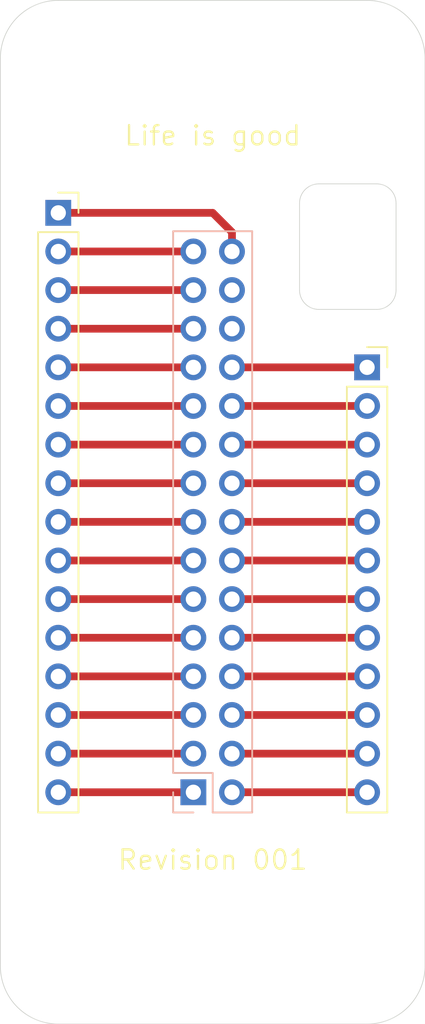
<source format=kicad_pcb>
(kicad_pcb (version 20171130) (host pcbnew "(5.1.9-0-10_14)")

  (general
    (thickness 1.6)
    (drawings 18)
    (tracks 30)
    (zones 0)
    (modules 9)
    (nets 31)
  )

  (page A4)
  (layers
    (0 F.Cu signal)
    (31 B.Cu signal)
    (32 B.Adhes user)
    (33 F.Adhes user)
    (34 B.Paste user)
    (35 F.Paste user)
    (36 B.SilkS user)
    (37 F.SilkS user)
    (38 B.Mask user)
    (39 F.Mask user)
    (40 Dwgs.User user)
    (41 Cmts.User user)
    (42 Eco1.User user)
    (43 Eco2.User user)
    (44 Edge.Cuts user)
    (45 Margin user)
    (46 B.CrtYd user)
    (47 F.CrtYd user)
    (48 B.Fab user)
    (49 F.Fab user)
  )

  (setup
    (last_trace_width 0.25)
    (user_trace_width 0.508)
    (trace_clearance 0.2)
    (zone_clearance 0.508)
    (zone_45_only no)
    (trace_min 0.2)
    (via_size 0.8)
    (via_drill 0.4)
    (via_min_size 0.4)
    (via_min_drill 0.3)
    (uvia_size 0.3)
    (uvia_drill 0.1)
    (uvias_allowed no)
    (uvia_min_size 0.2)
    (uvia_min_drill 0.1)
    (edge_width 0.05)
    (segment_width 0.2)
    (pcb_text_width 0.3)
    (pcb_text_size 1.5 1.5)
    (mod_edge_width 0.12)
    (mod_text_size 1 1)
    (mod_text_width 0.15)
    (pad_size 0.85 0.85)
    (pad_drill 0.5)
    (pad_to_mask_clearance 0)
    (aux_axis_origin 0 0)
    (grid_origin 156.21 94.22)
    (visible_elements FFFFFF7F)
    (pcbplotparams
      (layerselection 0x010f0_ffffffff)
      (usegerberextensions false)
      (usegerberattributes true)
      (usegerberadvancedattributes true)
      (creategerberjobfile true)
      (excludeedgelayer true)
      (linewidth 0.100000)
      (plotframeref false)
      (viasonmask false)
      (mode 1)
      (useauxorigin false)
      (hpglpennumber 1)
      (hpglpenspeed 20)
      (hpglpendiameter 15.000000)
      (psnegative false)
      (psa4output false)
      (plotreference true)
      (plotvalue false)
      (plotinvisibletext false)
      (padsonsilk true)
      (subtractmaskfromsilk false)
      (outputformat 1)
      (mirror false)
      (drillshape 0)
      (scaleselection 1)
      (outputdirectory "plot/"))
  )

  (net 0 "")
  (net 1 "Net-(J1-Pad1)")
  (net 2 "Net-(J1-Pad2)")
  (net 3 "Net-(J1-Pad3)")
  (net 4 "Net-(J1-Pad4)")
  (net 5 "Net-(J1-Pad5)")
  (net 6 "Net-(J1-Pad6)")
  (net 7 "Net-(J1-Pad7)")
  (net 8 "Net-(J1-Pad8)")
  (net 9 "Net-(J1-Pad9)")
  (net 10 "Net-(J1-Pad10)")
  (net 11 "Net-(J1-Pad11)")
  (net 12 "Net-(J1-Pad12)")
  (net 13 "Net-(J1-Pad13)")
  (net 14 "Net-(J1-Pad14)")
  (net 15 "Net-(J1-Pad15)")
  (net 16 "Net-(J1-Pad16)")
  (net 17 "Net-(J2-Pad2)")
  (net 18 "Net-(J2-Pad4)")
  (net 19 "Net-(J2-Pad6)")
  (net 20 "Net-(J2-Pad8)")
  (net 21 "Net-(J2-Pad10)")
  (net 22 "Net-(J2-Pad11)")
  (net 23 "Net-(J2-Pad12)")
  (net 24 "Net-(J2-Pad5)")
  (net 25 "Net-(J2-Pad7)")
  (net 26 "Net-(J2-Pad9)")
  (net 27 "Net-(J2-Pad3)")
  (net 28 "Net-(J2-Pad1)")
  (net 29 "Net-(J3-Pad28)")
  (net 30 "Net-(J3-Pad26)")

  (net_class Default "This is the default net class."
    (clearance 0.2)
    (trace_width 0.25)
    (via_dia 0.8)
    (via_drill 0.4)
    (uvia_dia 0.3)
    (uvia_drill 0.1)
    (add_net "Net-(J1-Pad1)")
    (add_net "Net-(J1-Pad10)")
    (add_net "Net-(J1-Pad11)")
    (add_net "Net-(J1-Pad12)")
    (add_net "Net-(J1-Pad13)")
    (add_net "Net-(J1-Pad14)")
    (add_net "Net-(J1-Pad15)")
    (add_net "Net-(J1-Pad16)")
    (add_net "Net-(J1-Pad2)")
    (add_net "Net-(J1-Pad3)")
    (add_net "Net-(J1-Pad4)")
    (add_net "Net-(J1-Pad5)")
    (add_net "Net-(J1-Pad6)")
    (add_net "Net-(J1-Pad7)")
    (add_net "Net-(J1-Pad8)")
    (add_net "Net-(J1-Pad9)")
    (add_net "Net-(J2-Pad1)")
    (add_net "Net-(J2-Pad10)")
    (add_net "Net-(J2-Pad11)")
    (add_net "Net-(J2-Pad12)")
    (add_net "Net-(J2-Pad2)")
    (add_net "Net-(J2-Pad3)")
    (add_net "Net-(J2-Pad4)")
    (add_net "Net-(J2-Pad5)")
    (add_net "Net-(J2-Pad6)")
    (add_net "Net-(J2-Pad7)")
    (add_net "Net-(J2-Pad8)")
    (add_net "Net-(J2-Pad9)")
    (add_net "Net-(J3-Pad26)")
    (add_net "Net-(J3-Pad28)")
  )

  (module MountingHole:MountingHole_3.2mm_M3 (layer F.Cu) (tedit 56D1B4CB) (tstamp 604267E6)
    (at 170.18 157.72)
    (descr "Mounting Hole 3.2mm, no annular, M3")
    (tags "mounting hole 3.2mm no annular m3")
    (path /60455D48)
    (attr virtual)
    (fp_text reference H6 (at 0 4.445) (layer F.Fab) hide
      (effects (font (size 1 1) (thickness 0.15)))
    )
    (fp_text value MountingHole (at 0 4.2) (layer F.Fab) hide
      (effects (font (size 1 1) (thickness 0.15)))
    )
    (fp_circle (center 0 0) (end 3.2 0) (layer Cmts.User) (width 0.15))
    (fp_circle (center 0 0) (end 3.45 0) (layer F.CrtYd) (width 0.05))
    (fp_text user %R (at 0.3 0) (layer F.Fab)
      (effects (font (size 1 1) (thickness 0.15)))
    )
    (pad 1 np_thru_hole circle (at 0 0) (size 3.2 3.2) (drill 3.2) (layers *.Cu *.Mask))
  )

  (module MountingHole:MountingHole_3.2mm_M3 (layer F.Cu) (tedit 56D1B4CB) (tstamp 6042675D)
    (at 170.18 98.03)
    (descr "Mounting Hole 3.2mm, no annular, M3")
    (tags "mounting hole 3.2mm no annular m3")
    (path /604556DD)
    (attr virtual)
    (fp_text reference H5 (at 0 -4.2) (layer F.SilkS) hide
      (effects (font (size 1 1) (thickness 0.15)))
    )
    (fp_text value MountingHole (at 0 4.2) (layer F.Fab) hide
      (effects (font (size 1 1) (thickness 0.15)))
    )
    (fp_circle (center 0 0) (end 3.2 0) (layer Cmts.User) (width 0.15))
    (fp_circle (center 0 0) (end 3.45 0) (layer F.CrtYd) (width 0.05))
    (fp_text user %R (at 0.3 0) (layer F.Fab)
      (effects (font (size 1 1) (thickness 0.15)))
    )
    (pad 1 np_thru_hole circle (at 0 0) (size 3.2 3.2) (drill 3.2) (layers *.Cu *.Mask))
  )

  (module MountingHole:MountingHole_3.2mm_M3 (layer F.Cu) (tedit 56D1B4CB) (tstamp 6041685A)
    (at 180.34 157.72)
    (descr "Mounting Hole 3.2mm, no annular, M3")
    (tags "mounting hole 3.2mm no annular m3")
    (path /6041967F)
    (attr virtual)
    (fp_text reference H4 (at 0 4.445) (layer F.Fab) hide
      (effects (font (size 1 1) (thickness 0.15)))
    )
    (fp_text value MountingHole (at 0 4.2) (layer F.Fab) hide
      (effects (font (size 1 1) (thickness 0.15)))
    )
    (fp_circle (center 0 0) (end 3.2 0) (layer Cmts.User) (width 0.15))
    (fp_circle (center 0 0) (end 3.45 0) (layer F.CrtYd) (width 0.05))
    (fp_text user %R (at 0.3 0) (layer F.Fab)
      (effects (font (size 1 1) (thickness 0.15)))
    )
    (pad 1 np_thru_hole circle (at 0 0) (size 3.2 3.2) (drill 3.2) (layers *.Cu *.Mask))
  )

  (module MountingHole:MountingHole_3.2mm_M3 (layer F.Cu) (tedit 56D1B4CB) (tstamp 60416852)
    (at 180.34 98.03)
    (descr "Mounting Hole 3.2mm, no annular, M3")
    (tags "mounting hole 3.2mm no annular m3")
    (path /60418EF5)
    (attr virtual)
    (fp_text reference H3 (at 0 -4.2) (layer F.SilkS) hide
      (effects (font (size 1 1) (thickness 0.15)))
    )
    (fp_text value MountingHole (at 0 4.2) (layer F.Fab) hide
      (effects (font (size 1 1) (thickness 0.15)))
    )
    (fp_circle (center 0 0) (end 3.2 0) (layer Cmts.User) (width 0.15))
    (fp_circle (center 0 0) (end 3.45 0) (layer F.CrtYd) (width 0.05))
    (fp_text user %R (at 0.3 0) (layer F.Fab)
      (effects (font (size 1 1) (thickness 0.15)))
    )
    (pad 1 np_thru_hole circle (at 0 0) (size 3.2 3.2) (drill 3.2) (layers *.Cu *.Mask))
  )

  (module MountingHole:MountingHole_3.2mm_M3 (layer F.Cu) (tedit 56D1B4CB) (tstamp 6041684A)
    (at 160.02 157.72)
    (descr "Mounting Hole 3.2mm, no annular, M3")
    (tags "mounting hole 3.2mm no annular m3")
    (path /60419A4B)
    (attr virtual)
    (fp_text reference H2 (at 0 4.445) (layer F.Fab) hide
      (effects (font (size 1 1) (thickness 0.15)))
    )
    (fp_text value MountingHole (at 0 4.2) (layer F.Fab) hide
      (effects (font (size 1 1) (thickness 0.15)))
    )
    (fp_circle (center 0 0) (end 3.2 0) (layer Cmts.User) (width 0.15))
    (fp_circle (center 0 0) (end 3.45 0) (layer F.CrtYd) (width 0.05))
    (fp_text user %R (at 0.3 0) (layer F.Fab)
      (effects (font (size 1 1) (thickness 0.15)))
    )
    (pad 1 np_thru_hole circle (at 0 0) (size 3.2 3.2) (drill 3.2) (layers *.Cu *.Mask))
  )

  (module MountingHole:MountingHole_3.2mm_M3 (layer F.Cu) (tedit 56D1B4CB) (tstamp 60426B4F)
    (at 160.02 98.03)
    (descr "Mounting Hole 3.2mm, no annular, M3")
    (tags "mounting hole 3.2mm no annular m3")
    (path /60419DE3)
    (attr virtual)
    (fp_text reference H1 (at 0 -4.2) (layer F.SilkS) hide
      (effects (font (size 1 1) (thickness 0.15)))
    )
    (fp_text value MountingHole (at 0 4.2) (layer F.Fab) hide
      (effects (font (size 1 1) (thickness 0.15)))
    )
    (fp_circle (center 0 0) (end 3.2 0) (layer Cmts.User) (width 0.15))
    (fp_circle (center 0 0) (end 3.45 0) (layer F.CrtYd) (width 0.05))
    (fp_text user %R (at 0.3 0) (layer F.Fab)
      (effects (font (size 1 1) (thickness 0.15)))
    )
    (pad 1 np_thru_hole circle (at 0 0) (size 3.2 3.2) (drill 3.2) (layers *.Cu *.Mask))
  )

  (module Connector_PinSocket_2.54mm:PinSocket_1x12_P2.54mm_Vertical (layer F.Cu) (tedit 5A19A41D) (tstamp 605E3CF4)
    (at 180.34 118.35)
    (descr "Through hole straight socket strip, 1x12, 2.54mm pitch, single row (from Kicad 4.0.7), script generated")
    (tags "Through hole socket strip THT 1x12 2.54mm single row")
    (path /604044DA)
    (fp_text reference J2 (at 0 -3.81) (layer F.Fab) hide
      (effects (font (size 1 1) (thickness 0.15)))
    )
    (fp_text value Conn_01x12_Female (at 0 30.71) (layer F.Fab) hide
      (effects (font (size 1 1) (thickness 0.15)))
    )
    (fp_line (start -1.8 29.7) (end -1.8 -1.8) (layer F.CrtYd) (width 0.05))
    (fp_line (start 1.75 29.7) (end -1.8 29.7) (layer F.CrtYd) (width 0.05))
    (fp_line (start 1.75 -1.8) (end 1.75 29.7) (layer F.CrtYd) (width 0.05))
    (fp_line (start -1.8 -1.8) (end 1.75 -1.8) (layer F.CrtYd) (width 0.05))
    (fp_line (start 0 -1.33) (end 1.33 -1.33) (layer F.SilkS) (width 0.12))
    (fp_line (start 1.33 -1.33) (end 1.33 0) (layer F.SilkS) (width 0.12))
    (fp_line (start 1.33 1.27) (end 1.33 29.27) (layer F.SilkS) (width 0.12))
    (fp_line (start -1.33 29.27) (end 1.33 29.27) (layer F.SilkS) (width 0.12))
    (fp_line (start -1.33 1.27) (end -1.33 29.27) (layer F.SilkS) (width 0.12))
    (fp_line (start -1.33 1.27) (end 1.33 1.27) (layer F.SilkS) (width 0.12))
    (fp_line (start -1.27 29.21) (end -1.27 -1.27) (layer F.Fab) (width 0.1))
    (fp_line (start 1.27 29.21) (end -1.27 29.21) (layer F.Fab) (width 0.1))
    (fp_line (start 1.27 -0.635) (end 1.27 29.21) (layer F.Fab) (width 0.1))
    (fp_line (start 0.635 -1.27) (end 1.27 -0.635) (layer F.Fab) (width 0.1))
    (fp_line (start -1.27 -1.27) (end 0.635 -1.27) (layer F.Fab) (width 0.1))
    (fp_text user %R (at 0 13.97 90) (layer F.Fab)
      (effects (font (size 1 1) (thickness 0.15)))
    )
    (pad 1 thru_hole rect (at 0 0) (size 1.7 1.7) (drill 1) (layers *.Cu *.Mask)
      (net 28 "Net-(J2-Pad1)"))
    (pad 2 thru_hole oval (at 0 2.54) (size 1.7 1.7) (drill 1) (layers *.Cu *.Mask)
      (net 17 "Net-(J2-Pad2)"))
    (pad 3 thru_hole oval (at 0 5.08) (size 1.7 1.7) (drill 1) (layers *.Cu *.Mask)
      (net 27 "Net-(J2-Pad3)"))
    (pad 4 thru_hole oval (at 0 7.62) (size 1.7 1.7) (drill 1) (layers *.Cu *.Mask)
      (net 18 "Net-(J2-Pad4)"))
    (pad 5 thru_hole oval (at 0 10.16) (size 1.7 1.7) (drill 1) (layers *.Cu *.Mask)
      (net 24 "Net-(J2-Pad5)"))
    (pad 6 thru_hole oval (at 0 12.7) (size 1.7 1.7) (drill 1) (layers *.Cu *.Mask)
      (net 19 "Net-(J2-Pad6)"))
    (pad 7 thru_hole oval (at 0 15.24) (size 1.7 1.7) (drill 1) (layers *.Cu *.Mask)
      (net 25 "Net-(J2-Pad7)"))
    (pad 8 thru_hole oval (at 0 17.78) (size 1.7 1.7) (drill 1) (layers *.Cu *.Mask)
      (net 20 "Net-(J2-Pad8)"))
    (pad 9 thru_hole oval (at 0 20.32) (size 1.7 1.7) (drill 1) (layers *.Cu *.Mask)
      (net 26 "Net-(J2-Pad9)"))
    (pad 10 thru_hole oval (at 0 22.86) (size 1.7 1.7) (drill 1) (layers *.Cu *.Mask)
      (net 21 "Net-(J2-Pad10)"))
    (pad 11 thru_hole oval (at 0 25.4) (size 1.7 1.7) (drill 1) (layers *.Cu *.Mask)
      (net 22 "Net-(J2-Pad11)"))
    (pad 12 thru_hole oval (at 0 27.94) (size 1.7 1.7) (drill 1) (layers *.Cu *.Mask)
      (net 23 "Net-(J2-Pad12)"))
    (model ${KISYS3DMOD}/Connector_PinSocket_2.54mm.3dshapes/PinSocket_1x12_P2.54mm_Vertical.wrl
      (at (xyz 0 0 0))
      (scale (xyz 1 1 1))
      (rotate (xyz 0 0 0))
    )
  )

  (module Connector_PinHeader_2.54mm:PinHeader_2x15_P2.54mm_Vertical (layer B.Cu) (tedit 59FED5CC) (tstamp 605E3D65)
    (at 168.91 146.29)
    (descr "Through hole straight pin header, 2x15, 2.54mm pitch, double rows")
    (tags "Through hole pin header THT 2x15 2.54mm double row")
    (path /60434F44)
    (fp_text reference J3 (at 1.27 -40.64) (layer F.Fab) hide
      (effects (font (size 1 1) (thickness 0.15)) (justify mirror))
    )
    (fp_text value Conn_02x15_Odd_Even (at 1.27 -39.37) (layer F.Fab) hide
      (effects (font (size 1 1) (thickness 0.15)) (justify mirror))
    )
    (fp_line (start 4.35 1.8) (end -1.8 1.8) (layer B.CrtYd) (width 0.05))
    (fp_line (start 4.35 -37.35) (end 4.35 1.8) (layer B.CrtYd) (width 0.05))
    (fp_line (start -1.8 -37.35) (end 4.35 -37.35) (layer B.CrtYd) (width 0.05))
    (fp_line (start -1.8 1.8) (end -1.8 -37.35) (layer B.CrtYd) (width 0.05))
    (fp_line (start -1.33 1.33) (end 0 1.33) (layer B.SilkS) (width 0.12))
    (fp_line (start -1.33 0) (end -1.33 1.33) (layer B.SilkS) (width 0.12))
    (fp_line (start 1.27 1.33) (end 3.87 1.33) (layer B.SilkS) (width 0.12))
    (fp_line (start 1.27 -1.27) (end 1.27 1.33) (layer B.SilkS) (width 0.12))
    (fp_line (start -1.33 -1.27) (end 1.27 -1.27) (layer B.SilkS) (width 0.12))
    (fp_line (start 3.87 1.33) (end 3.87 -36.89) (layer B.SilkS) (width 0.12))
    (fp_line (start -1.33 -1.27) (end -1.33 -36.89) (layer B.SilkS) (width 0.12))
    (fp_line (start -1.33 -36.89) (end 3.87 -36.89) (layer B.SilkS) (width 0.12))
    (fp_line (start -1.27 0) (end 0 1.27) (layer B.Fab) (width 0.1))
    (fp_line (start -1.27 -36.83) (end -1.27 0) (layer B.Fab) (width 0.1))
    (fp_line (start 3.81 -36.83) (end -1.27 -36.83) (layer B.Fab) (width 0.1))
    (fp_line (start 3.81 1.27) (end 3.81 -36.83) (layer B.Fab) (width 0.1))
    (fp_line (start 0 1.27) (end 3.81 1.27) (layer B.Fab) (width 0.1))
    (fp_text user %R (at 1.27 -17.78 -90) (layer B.Fab)
      (effects (font (size 1 1) (thickness 0.15)) (justify mirror))
    )
    (pad 30 thru_hole oval (at 2.54 -35.56) (size 1.7 1.7) (drill 1) (layers *.Cu *.Mask)
      (net 1 "Net-(J1-Pad1)"))
    (pad 29 thru_hole oval (at 0 -35.56) (size 1.7 1.7) (drill 1) (layers *.Cu *.Mask)
      (net 2 "Net-(J1-Pad2)"))
    (pad 28 thru_hole oval (at 2.54 -33.02) (size 1.7 1.7) (drill 1) (layers *.Cu *.Mask)
      (net 29 "Net-(J3-Pad28)"))
    (pad 27 thru_hole oval (at 0 -33.02) (size 1.7 1.7) (drill 1) (layers *.Cu *.Mask)
      (net 3 "Net-(J1-Pad3)"))
    (pad 26 thru_hole oval (at 2.54 -30.48) (size 1.7 1.7) (drill 1) (layers *.Cu *.Mask)
      (net 30 "Net-(J3-Pad26)"))
    (pad 25 thru_hole oval (at 0 -30.48) (size 1.7 1.7) (drill 1) (layers *.Cu *.Mask)
      (net 4 "Net-(J1-Pad4)"))
    (pad 24 thru_hole oval (at 2.54 -27.94) (size 1.7 1.7) (drill 1) (layers *.Cu *.Mask)
      (net 28 "Net-(J2-Pad1)"))
    (pad 23 thru_hole oval (at 0 -27.94) (size 1.7 1.7) (drill 1) (layers *.Cu *.Mask)
      (net 5 "Net-(J1-Pad5)"))
    (pad 22 thru_hole oval (at 2.54 -25.4) (size 1.7 1.7) (drill 1) (layers *.Cu *.Mask)
      (net 17 "Net-(J2-Pad2)"))
    (pad 21 thru_hole oval (at 0 -25.4) (size 1.7 1.7) (drill 1) (layers *.Cu *.Mask)
      (net 6 "Net-(J1-Pad6)"))
    (pad 20 thru_hole oval (at 2.54 -22.86) (size 1.7 1.7) (drill 1) (layers *.Cu *.Mask)
      (net 27 "Net-(J2-Pad3)"))
    (pad 19 thru_hole oval (at 0 -22.86) (size 1.7 1.7) (drill 1) (layers *.Cu *.Mask)
      (net 7 "Net-(J1-Pad7)"))
    (pad 18 thru_hole oval (at 2.54 -20.32) (size 1.7 1.7) (drill 1) (layers *.Cu *.Mask)
      (net 18 "Net-(J2-Pad4)"))
    (pad 17 thru_hole oval (at 0 -20.32) (size 1.7 1.7) (drill 1) (layers *.Cu *.Mask)
      (net 8 "Net-(J1-Pad8)"))
    (pad 16 thru_hole oval (at 2.54 -17.78) (size 1.7 1.7) (drill 1) (layers *.Cu *.Mask)
      (net 24 "Net-(J2-Pad5)"))
    (pad 15 thru_hole oval (at 0 -17.78) (size 1.7 1.7) (drill 1) (layers *.Cu *.Mask)
      (net 9 "Net-(J1-Pad9)"))
    (pad 14 thru_hole oval (at 2.54 -15.24) (size 1.7 1.7) (drill 1) (layers *.Cu *.Mask)
      (net 19 "Net-(J2-Pad6)"))
    (pad 13 thru_hole oval (at 0 -15.24) (size 1.7 1.7) (drill 1) (layers *.Cu *.Mask)
      (net 10 "Net-(J1-Pad10)"))
    (pad 12 thru_hole oval (at 2.54 -12.7) (size 1.7 1.7) (drill 1) (layers *.Cu *.Mask)
      (net 25 "Net-(J2-Pad7)"))
    (pad 11 thru_hole oval (at 0 -12.7) (size 1.7 1.7) (drill 1) (layers *.Cu *.Mask)
      (net 11 "Net-(J1-Pad11)"))
    (pad 10 thru_hole oval (at 2.54 -10.16) (size 1.7 1.7) (drill 1) (layers *.Cu *.Mask)
      (net 20 "Net-(J2-Pad8)"))
    (pad 9 thru_hole oval (at 0 -10.16) (size 1.7 1.7) (drill 1) (layers *.Cu *.Mask)
      (net 12 "Net-(J1-Pad12)"))
    (pad 8 thru_hole oval (at 2.54 -7.62) (size 1.7 1.7) (drill 1) (layers *.Cu *.Mask)
      (net 26 "Net-(J2-Pad9)"))
    (pad 7 thru_hole oval (at 0 -7.62) (size 1.7 1.7) (drill 1) (layers *.Cu *.Mask)
      (net 13 "Net-(J1-Pad13)"))
    (pad 6 thru_hole oval (at 2.54 -5.08) (size 1.7 1.7) (drill 1) (layers *.Cu *.Mask)
      (net 21 "Net-(J2-Pad10)"))
    (pad 5 thru_hole oval (at 0 -5.08) (size 1.7 1.7) (drill 1) (layers *.Cu *.Mask)
      (net 14 "Net-(J1-Pad14)"))
    (pad 4 thru_hole oval (at 2.54 -2.54) (size 1.7 1.7) (drill 1) (layers *.Cu *.Mask)
      (net 22 "Net-(J2-Pad11)"))
    (pad 3 thru_hole oval (at 0 -2.54) (size 1.7 1.7) (drill 1) (layers *.Cu *.Mask)
      (net 15 "Net-(J1-Pad15)"))
    (pad 2 thru_hole oval (at 2.54 0) (size 1.7 1.7) (drill 1) (layers *.Cu *.Mask)
      (net 23 "Net-(J2-Pad12)"))
    (pad 1 thru_hole rect (at 0 0) (size 1.7 1.7) (drill 1) (layers *.Cu *.Mask)
      (net 16 "Net-(J1-Pad16)"))
    (model ${KISYS3DMOD}/Connector_PinHeader_2.54mm.3dshapes/PinHeader_2x15_P2.54mm_Vertical.wrl
      (at (xyz 0 0 0))
      (scale (xyz 1 1 1))
      (rotate (xyz 0 0 0))
    )
  )

  (module Connector_PinSocket_2.54mm:PinSocket_1x16_P2.54mm_Vertical (layer F.Cu) (tedit 5A19A41E) (tstamp 605E3DEE)
    (at 160.02 108.19)
    (descr "Through hole straight socket strip, 1x16, 2.54mm pitch, single row (from Kicad 4.0.7), script generated")
    (tags "Through hole socket strip THT 1x16 2.54mm single row")
    (path /60402F53)
    (fp_text reference J1 (at 0 -3.81) (layer F.Fab) hide
      (effects (font (size 1 1) (thickness 0.15)))
    )
    (fp_text value Conn_01x16_Female (at 0 40.87) (layer F.Fab) hide
      (effects (font (size 1 1) (thickness 0.15)))
    )
    (fp_line (start -1.8 39.9) (end -1.8 -1.8) (layer F.CrtYd) (width 0.05))
    (fp_line (start 1.75 39.9) (end -1.8 39.9) (layer F.CrtYd) (width 0.05))
    (fp_line (start 1.75 -1.8) (end 1.75 39.9) (layer F.CrtYd) (width 0.05))
    (fp_line (start -1.8 -1.8) (end 1.75 -1.8) (layer F.CrtYd) (width 0.05))
    (fp_line (start 0 -1.33) (end 1.33 -1.33) (layer F.SilkS) (width 0.12))
    (fp_line (start 1.33 -1.33) (end 1.33 0) (layer F.SilkS) (width 0.12))
    (fp_line (start 1.33 1.27) (end 1.33 39.43) (layer F.SilkS) (width 0.12))
    (fp_line (start -1.33 39.43) (end 1.33 39.43) (layer F.SilkS) (width 0.12))
    (fp_line (start -1.33 1.27) (end -1.33 39.43) (layer F.SilkS) (width 0.12))
    (fp_line (start -1.33 1.27) (end 1.33 1.27) (layer F.SilkS) (width 0.12))
    (fp_line (start -1.27 39.37) (end -1.27 -1.27) (layer F.Fab) (width 0.1))
    (fp_line (start 1.27 39.37) (end -1.27 39.37) (layer F.Fab) (width 0.1))
    (fp_line (start 1.27 -0.635) (end 1.27 39.37) (layer F.Fab) (width 0.1))
    (fp_line (start 0.635 -1.27) (end 1.27 -0.635) (layer F.Fab) (width 0.1))
    (fp_line (start -1.27 -1.27) (end 0.635 -1.27) (layer F.Fab) (width 0.1))
    (fp_text user %R (at 0 19.05 90) (layer F.Fab)
      (effects (font (size 1 1) (thickness 0.15)))
    )
    (pad 1 thru_hole rect (at 0 0) (size 1.7 1.7) (drill 1) (layers *.Cu *.Mask)
      (net 1 "Net-(J1-Pad1)"))
    (pad 2 thru_hole oval (at 0 2.54) (size 1.7 1.7) (drill 1) (layers *.Cu *.Mask)
      (net 2 "Net-(J1-Pad2)"))
    (pad 3 thru_hole oval (at 0 5.08) (size 1.7 1.7) (drill 1) (layers *.Cu *.Mask)
      (net 3 "Net-(J1-Pad3)"))
    (pad 4 thru_hole oval (at 0 7.62) (size 1.7 1.7) (drill 1) (layers *.Cu *.Mask)
      (net 4 "Net-(J1-Pad4)"))
    (pad 5 thru_hole oval (at 0 10.16) (size 1.7 1.7) (drill 1) (layers *.Cu *.Mask)
      (net 5 "Net-(J1-Pad5)"))
    (pad 6 thru_hole oval (at 0 12.7) (size 1.7 1.7) (drill 1) (layers *.Cu *.Mask)
      (net 6 "Net-(J1-Pad6)"))
    (pad 7 thru_hole oval (at 0 15.24) (size 1.7 1.7) (drill 1) (layers *.Cu *.Mask)
      (net 7 "Net-(J1-Pad7)"))
    (pad 8 thru_hole oval (at 0 17.78) (size 1.7 1.7) (drill 1) (layers *.Cu *.Mask)
      (net 8 "Net-(J1-Pad8)"))
    (pad 9 thru_hole oval (at 0 20.32) (size 1.7 1.7) (drill 1) (layers *.Cu *.Mask)
      (net 9 "Net-(J1-Pad9)"))
    (pad 10 thru_hole oval (at 0 22.86) (size 1.7 1.7) (drill 1) (layers *.Cu *.Mask)
      (net 10 "Net-(J1-Pad10)"))
    (pad 11 thru_hole oval (at 0 25.4) (size 1.7 1.7) (drill 1) (layers *.Cu *.Mask)
      (net 11 "Net-(J1-Pad11)"))
    (pad 12 thru_hole oval (at 0 27.94) (size 1.7 1.7) (drill 1) (layers *.Cu *.Mask)
      (net 12 "Net-(J1-Pad12)"))
    (pad 13 thru_hole oval (at 0 30.48) (size 1.7 1.7) (drill 1) (layers *.Cu *.Mask)
      (net 13 "Net-(J1-Pad13)"))
    (pad 14 thru_hole oval (at 0 33.02) (size 1.7 1.7) (drill 1) (layers *.Cu *.Mask)
      (net 14 "Net-(J1-Pad14)"))
    (pad 15 thru_hole oval (at 0 35.56) (size 1.7 1.7) (drill 1) (layers *.Cu *.Mask)
      (net 15 "Net-(J1-Pad15)"))
    (pad 16 thru_hole oval (at 0 38.1) (size 1.7 1.7) (drill 1) (layers *.Cu *.Mask)
      (net 16 "Net-(J1-Pad16)"))
    (model ${KISYS3DMOD}/Connector_PinSocket_2.54mm.3dshapes/PinSocket_1x16_P2.54mm_Vertical.wrl
      (at (xyz 0 0 0))
      (scale (xyz 1 1 1))
      (rotate (xyz 0 0 0))
    )
  )

  (gr_arc (start 177.165 113.27) (end 175.895 113.27) (angle -90) (layer Edge.Cuts) (width 0.05))
  (gr_arc (start 180.975 113.27) (end 180.975 114.54) (angle -90) (layer Edge.Cuts) (width 0.05))
  (gr_arc (start 180.975 107.555) (end 182.245 107.555) (angle -90) (layer Edge.Cuts) (width 0.05))
  (gr_arc (start 177.165 107.555) (end 177.165 106.285) (angle -90) (layer Edge.Cuts) (width 0.05))
  (gr_line (start 180.975 106.285) (end 177.165 106.285) (layer Edge.Cuts) (width 0.05))
  (gr_line (start 182.245 113.27) (end 182.245 107.555) (layer Edge.Cuts) (width 0.05))
  (gr_line (start 177.165 114.54) (end 180.975 114.54) (layer Edge.Cuts) (width 0.05))
  (gr_line (start 175.895 107.555) (end 175.895 113.27) (layer Edge.Cuts) (width 0.05))
  (gr_text "Revision 001" (at 170.18 150.735) (layer F.SilkS) (tstamp 60413A48)
    (effects (font (size 1.27 1.27) (thickness 0.15)))
  )
  (gr_arc (start 180.34 98.03) (end 184.15 98.03) (angle -90) (layer Edge.Cuts) (width 0.05))
  (gr_arc (start 160.02 98.03) (end 160.02 94.22) (angle -90) (layer Edge.Cuts) (width 0.05))
  (gr_arc (start 160.02 157.72) (end 156.21 157.72) (angle -90) (layer Edge.Cuts) (width 0.05))
  (gr_arc (start 180.34 157.72) (end 180.34 161.53) (angle -90) (layer Edge.Cuts) (width 0.05))
  (gr_line (start 160.02 161.53) (end 180.34 161.53) (layer Edge.Cuts) (width 0.05))
  (gr_line (start 160.02 94.22) (end 180.34 94.22) (layer Edge.Cuts) (width 0.05))
  (gr_text "Life is good" (at 170.18 103.11) (layer F.SilkS) (tstamp 6041654B)
    (effects (font (size 1.27 1.27) (thickness 0.15)))
  )
  (gr_line (start 156.21 98.03) (end 156.21 157.72) (layer Edge.Cuts) (width 0.05) (tstamp 6040C79F))
  (gr_line (start 184.15 98.03) (end 184.15 157.72) (layer Edge.Cuts) (width 0.05))

  (segment (start 160.02 108.19) (end 170.18 108.19) (width 0.508) (layer F.Cu) (net 1) (tstamp 605E3C8B))
  (segment (start 170.18 108.19) (end 171.45 109.46) (width 0.508) (layer F.Cu) (net 1) (tstamp 605E3CAF))
  (segment (start 171.45 109.46) (end 171.45 110.73) (width 0.508) (layer F.Cu) (net 1) (tstamp 605E3C97))
  (segment (start 168.91 110.73) (end 160.02 110.73) (width 0.508) (layer F.Cu) (net 2) (tstamp 605E3C94))
  (segment (start 160.02 113.27) (end 168.91 113.27) (width 0.508) (layer F.Cu) (net 3) (tstamp 605E3C91))
  (segment (start 168.91 115.81) (end 160.02 115.81) (width 0.508) (layer F.Cu) (net 4) (tstamp 605E3CA9))
  (segment (start 160.02 118.35) (end 168.91 118.35) (width 0.508) (layer F.Cu) (net 5) (tstamp 605E3CA6))
  (segment (start 168.91 120.89) (end 160.02 120.89) (width 0.508) (layer F.Cu) (net 6) (tstamp 605E3CA3))
  (segment (start 160.02 123.43) (end 168.91 123.43) (width 0.508) (layer F.Cu) (net 7) (tstamp 605E3CA0))
  (segment (start 168.91 125.97) (end 160.02 125.97) (width 0.508) (layer F.Cu) (net 8) (tstamp 605E3C9D))
  (segment (start 160.02 128.51) (end 168.91 128.51) (width 0.508) (layer F.Cu) (net 9) (tstamp 605E3C9A))
  (segment (start 168.91 131.05) (end 160.02 131.05) (width 0.508) (layer F.Cu) (net 10) (tstamp 605E3CC1))
  (segment (start 160.02 133.59) (end 168.91 133.59) (width 0.508) (layer F.Cu) (net 11) (tstamp 605E3CBE))
  (segment (start 168.91 136.13) (end 160.02 136.13) (width 0.508) (layer F.Cu) (net 12) (tstamp 605E3CBB))
  (segment (start 160.02 138.67) (end 168.91 138.67) (width 0.508) (layer F.Cu) (net 13) (tstamp 605E3CB8))
  (segment (start 168.91 141.21) (end 160.02 141.21) (width 0.508) (layer F.Cu) (net 14) (tstamp 605E3CB5))
  (segment (start 160.02 143.75) (end 168.91 143.75) (width 0.508) (layer F.Cu) (net 15) (tstamp 605E3CB2))
  (segment (start 168.91 146.29) (end 160.02 146.29) (width 0.508) (layer F.Cu) (net 16) (tstamp 605E3CD3))
  (segment (start 180.34 120.89) (end 171.45 120.89) (width 0.508) (layer F.Cu) (net 17) (tstamp 605E3CD0))
  (segment (start 180.34 125.97) (end 171.45 125.97) (width 0.508) (layer F.Cu) (net 18) (tstamp 605E3CCD))
  (segment (start 180.34 131.05) (end 171.45 131.05) (width 0.508) (layer F.Cu) (net 19) (tstamp 605E3CCA))
  (segment (start 180.34 136.13) (end 171.45 136.13) (width 0.508) (layer F.Cu) (net 20) (tstamp 605E3CC7))
  (segment (start 180.34 141.21) (end 171.45 141.21) (width 0.508) (layer F.Cu) (net 21) (tstamp 605E3CC4))
  (segment (start 171.45 143.75) (end 180.34 143.75) (width 0.508) (layer F.Cu) (net 22) (tstamp 605E3C88))
  (segment (start 180.34 146.29) (end 171.45 146.29) (width 0.508) (layer F.Cu) (net 23) (tstamp 605E3C85))
  (segment (start 171.45 128.51) (end 180.34 128.51) (width 0.508) (layer F.Cu) (net 24) (tstamp 605E3C82))
  (segment (start 171.45 133.59) (end 180.34 133.59) (width 0.508) (layer F.Cu) (net 25) (tstamp 605E3C7F))
  (segment (start 171.45 138.67) (end 180.34 138.67) (width 0.508) (layer F.Cu) (net 26) (tstamp 605E3C7C))
  (segment (start 171.45 123.43) (end 180.34 123.43) (width 0.508) (layer F.Cu) (net 27) (tstamp 605E3CAC))
  (segment (start 171.45 118.35) (end 180.34 118.35) (width 0.508) (layer F.Cu) (net 28) (tstamp 605E3C8E))

)

</source>
